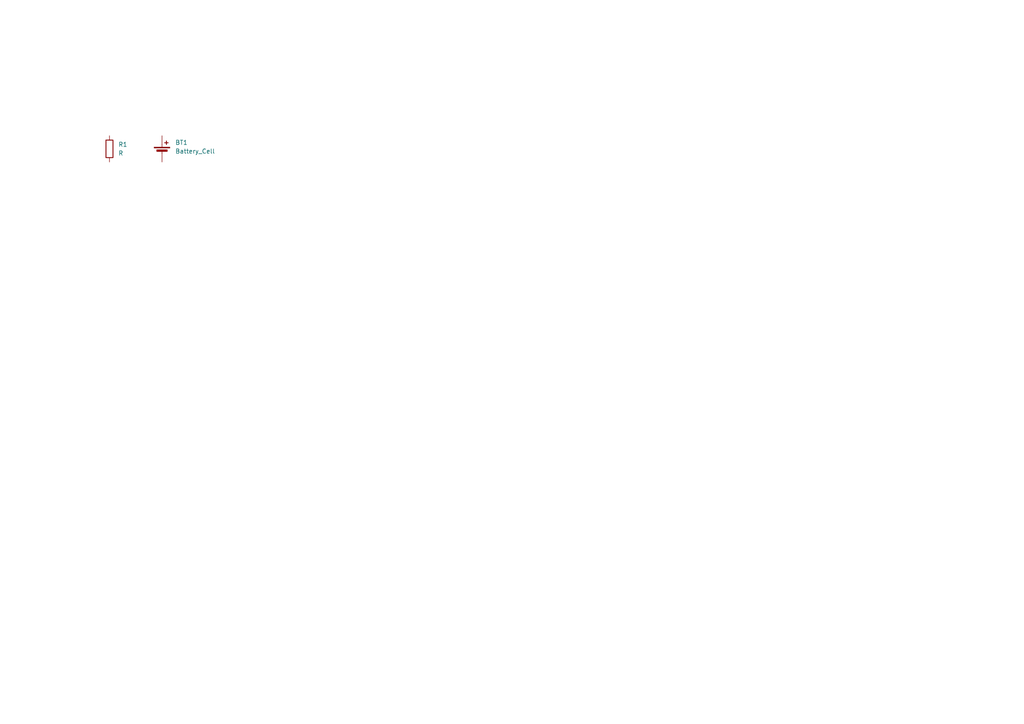
<source format=kicad_sch>
(kicad_sch (version 20231120) (generator "eeschema") (generator_version "8.0")
  (paper "A4")
  (title_block (title "Demo LED Board") (date "2024-10-07") (rev "0.0"))
  (lib_symbols
    (symbol "Device:Battery_Cell" (pin_numbers hide) (pin_names (offset 0) hide)
      (property "Reference" "BT" (at 2.54 2.54 0))
      (property "Value" "Battery_Cell" (at 2.54 0 0))
      (symbol "Battery_Cell_0_1"
        (rectangle (start -2.286 1.778) (end 2.286 1.524) (fill (type outline)))
        (rectangle (start -1.524 1.016) (end 1.524 0.508) (fill (type outline)))
        (polyline (pts (xy 0 0.762) (xy 0 0)))
        (polyline (pts (xy 0 1.778) (xy 0 2.54)))
        (polyline (pts (xy 0.762 3.048) (xy 1.778 3.048)) (stroke (width 0.254)))
        (polyline (pts (xy 1.27 3.556) (xy 1.27 2.54)) (stroke (width 0.254)))
      )
      (symbol "Battery_Cell_1_1"
        (pin passive line (at 0 5.08 270) (length 2.54) (name "+") (number "1"))
        (pin passive line (at 0 -2.54 90) (length 2.54) (name "-") (number "2"))
      )
    )
    (symbol "Device:R" (pin_numbers hide) (pin_names (offset 0))
      (property "Reference" "R" (at 2.032 0 90))
      (property "Value" "R" (at 0 0 90))
      (symbol "R_0_1"
        (rectangle (start -1.016 -2.54) (end 1.016 2.54) (stroke (width 0.254)))
      )
      (symbol "R_1_1"
        (pin passive line (at 0 3.81 270) (length 1.27) (name "~") (number "1"))
        (pin passive line (at 0 -3.81 90) (length 1.27) (name "~") (number "2"))
      )
    )
  )
  (symbol (lib_id "Device:R") (at 31.75 43.18 0) (unit 1)
    (property "Reference" "R1" (at 34.29 41.9099 0) (effects (justify left)))
    (property "Value" "R" (at 34.29 44.4499 0) (effects (justify left)))
    (property "Footprint" "LED_SMD:LED_0805_2012Metric_Pad1.15x1.40mm_HandSolder" (effects (hide yes)))
    (property "Description" "Resistor" (effects (hide yes)))
  )
  (symbol (lib_id "Device:Battery_Cell") (at 46.99 44.45 0) (unit 1)
    (property "Reference" "BT1" (at 50.8 41.3384 0) (effects (justify left)))
    (property "Value" "Battery_Cell" (at 50.8 43.8784 0) (effects (justify left)))
    (property "Description" "Single-cell battery" (effects (hide yes)))
  )
)
</source>
